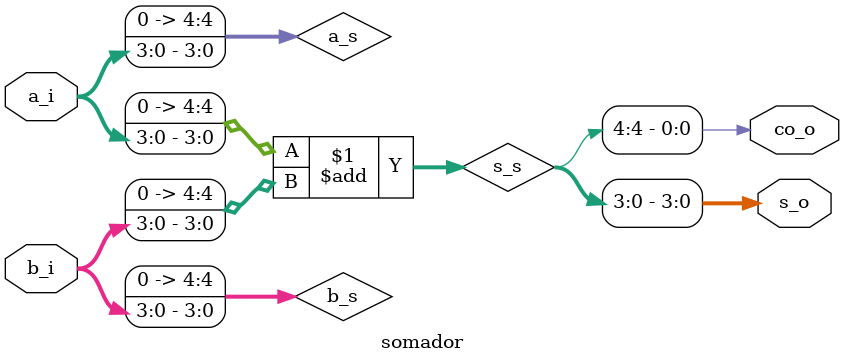
<source format=v>
module somador
(
	input wire [3:0] a_i,
	input wire [3:0] b_i,
	output wire [3:0] s_o,
	output wire co_o
);

	wire [4:0] a_s; wire [4:0] b_s; wire [4:0] s_s;

	assign a_s = {1'b0,a_i};
	assign b_s = {1'b0,b_i};
	assign s_s = a_s + b_s;
	assign s_o = s_s[3:0];
	assign co_o = s_s[4];

endmodule

</source>
